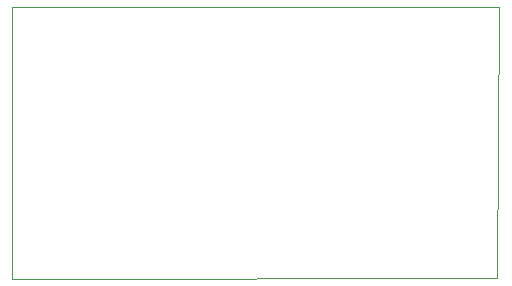
<source format=gbr>
G04 #@! TF.GenerationSoftware,KiCad,Pcbnew,(5.1.9)-1*
G04 #@! TF.CreationDate,2021-04-15T17:29:00+03:00*
G04 #@! TF.ProjectId,Cbc_power_supply_module,4362635f-706f-4776-9572-5f737570706c,rev?*
G04 #@! TF.SameCoordinates,Original*
G04 #@! TF.FileFunction,Profile,NP*
%FSLAX46Y46*%
G04 Gerber Fmt 4.6, Leading zero omitted, Abs format (unit mm)*
G04 Created by KiCad (PCBNEW (5.1.9)-1) date 2021-04-15 17:29:00*
%MOMM*%
%LPD*%
G01*
G04 APERTURE LIST*
G04 #@! TA.AperFunction,Profile*
%ADD10C,0.050000*%
G04 #@! TD*
G04 APERTURE END LIST*
D10*
X201231500Y-24130000D02*
X201358500Y-24130000D01*
X201231500Y-47180500D02*
X201231500Y-24130000D01*
X242252500Y-47117000D02*
X201231500Y-47180500D01*
X242443000Y-24130000D02*
X242252500Y-47117000D01*
X201358500Y-24130000D02*
X242443000Y-24130000D01*
M02*

</source>
